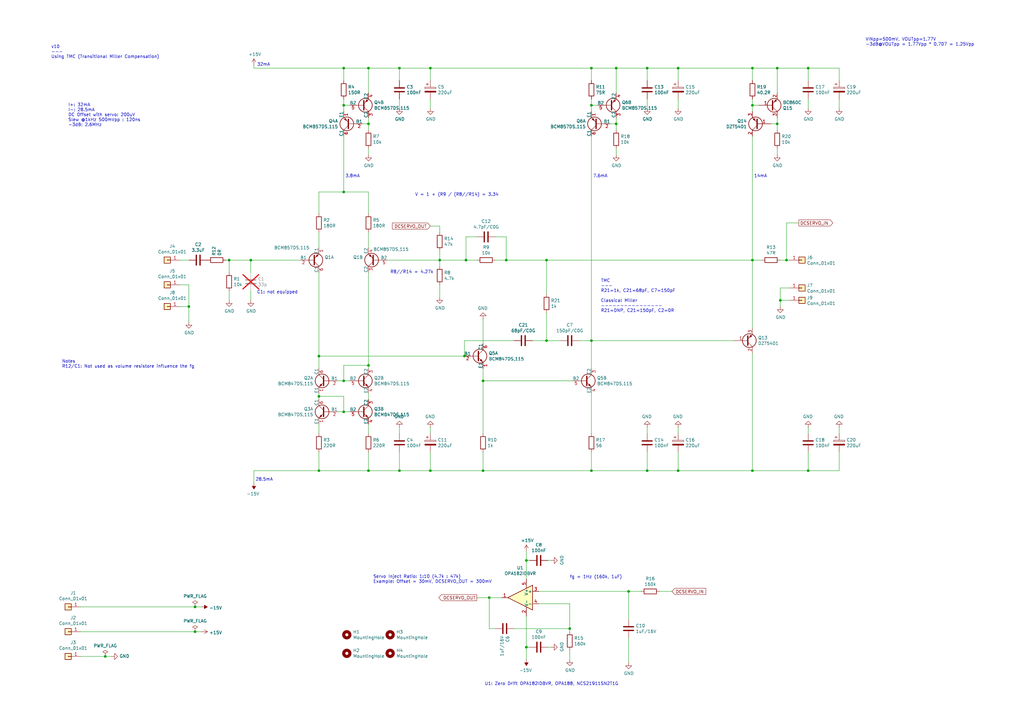
<source format=kicad_sch>
(kicad_sch (version 20230121) (generator eeschema)
  (paper "A3")
  (title_block (title "Discrete Pre-Amp") (date "2023-09-24") (rev "V10 Servo"))
  (lib_symbols
    (symbol "Amplifier_Operational:OPA188xxDBV" (pin_names (offset 0.127))
      (property "Reference" "U" (at 0 5.08 0))
      (property "Value" "OPA188xxDBV" (at 0 -5.08 0))
      (symbol "OPA188xxDBV_0_1"
        (polyline (pts (xy -5.08 5.08) (xy 5.08 0) (xy -5.08 -5.08) (xy -5.08 5.08)) (stroke (width 0.254)) (fill (type background)))
        (pin power_in line (at -2.54 -7.62 90) (length 3.81) (name "V-") (number "2"))
        (pin power_in line (at -2.54 7.62 270) (length 3.81) (name "V+") (number "5"))
      )
      (symbol "OPA188xxDBV_1_1"
        (pin output line (at 7.62 0 180) (length 2.54) (name "~") (number "1"))
        (pin input line (at -7.62 2.54 0) (length 2.54) (name "+") (number "3"))
        (pin input line (at -7.62 -2.54 0) (length 2.54) (name "-") (number "4"))
      )
    )
    (symbol "Connector_Generic:Conn_01x01" (pin_names (offset 1.016) hide)
      (property "Reference" "J" (at 0 2.54 0))
      (property "Value" "Conn_01x01" (at 0 -2.54 0))
      (symbol "Conn_01x01_1_1"
        (rectangle (start -1.27 0.127) (end 0 -0.127) (stroke (width 0.1524)))
        (rectangle (start -1.27 1.27) (end 1.27 -1.27) (stroke (width 0.254)) (fill (type background)))
        (pin passive line (at -5.08 0 0) (length 3.81) (name "Pin_1") (number "1"))
      )
    )
    (symbol "Device:C" (pin_numbers hide) (pin_names (offset 0.254))
      (property "Reference" "C" (at 0.635 2.54 0))
      (property "Value" "C" (at 0.635 -2.54 0))
      (symbol "C_0_1"
        (polyline (pts (xy -2.032 -0.762) (xy 2.032 -0.762)) (stroke (width 0.508)))
        (polyline (pts (xy -2.032 0.762) (xy 2.032 0.762)) (stroke (width 0.508)))
      )
      (symbol "C_1_1"
        (pin passive line (at 0 3.81 270) (length 2.794) (name "~") (number "1"))
        (pin passive line (at 0 -3.81 90) (length 2.794) (name "~") (number "2"))
      )
    )
    (symbol "Device:C_Polarized" (pin_numbers hide) (pin_names (offset 0.254))
      (property "Reference" "C" (at 0.635 2.54 0))
      (property "Value" "C_Polarized" (at 0.635 -2.54 0))
      (symbol "C_Polarized_0_1"
        (rectangle (start -2.286 0.508) (end 2.286 1.016))
        (polyline (pts (xy -1.778 2.286) (xy -0.762 2.286)))
        (polyline (pts (xy -1.27 2.794) (xy -1.27 1.778)))
        (rectangle (start 2.286 -0.508) (end -2.286 -1.016) (fill (type outline)))
      )
      (symbol "C_Polarized_1_1"
        (pin passive line (at 0 3.81 270) (length 2.794) (name "~") (number "1"))
        (pin passive line (at 0 -3.81 90) (length 2.794) (name "~") (number "2"))
      )
    )
    (symbol "Device:R" (pin_numbers hide) (pin_names (offset 0))
      (property "Reference" "R" (at 2.032 0 90))
      (property "Value" "R" (at 0 0 90))
      (symbol "R_0_1"
        (rectangle (start -1.016 -2.54) (end 1.016 2.54) (stroke (width 0.254)))
      )
      (symbol "R_1_1"
        (pin passive line (at 0 3.81 270) (length 1.27) (name "~") (number "1"))
        (pin passive line (at 0 -3.81 90) (length 1.27) (name "~") (number "2"))
      )
    )
    (symbol "Mechanical:MountingHole" (pin_names (offset 1.016))
      (property "Reference" "H" (at 0 5.08 0))
      (property "Value" "MountingHole" (at 0 3.175 0))
      (symbol "MountingHole_0_1"
        (circle (center 0 0) (radius 1.27) (stroke (width 1.27)))
      )
    )
    (symbol "Transistor_BJT:BC860" (pin_names (offset 0) hide)
      (property "Reference" "Q" (at 5.08 1.905 0))
      (property "Value" "BC860" (at 5.08 0 0))
      (symbol "BC860_0_1"
        (polyline (pts (xy 0.635 0.635) (xy 2.54 2.54)))
        (polyline (pts (xy 0.635 -0.635) (xy 2.54 -2.54) (xy 2.54 -2.54)))
        (polyline (pts (xy 0.635 1.905) (xy 0.635 -1.905) (xy 0.635 -1.905)) (stroke (width 0.508)))
        (polyline (pts (xy 2.286 -1.778) (xy 1.778 -2.286) (xy 1.27 -1.27) (xy 2.286 -1.778) (xy 2.286 -1.778)) (fill (type outline)))
        (circle (center 1.27 0) (radius 2.8194) (stroke (width 0.254)))
      )
      (symbol "BC860_1_1"
        (pin input line (at -5.08 0 0) (length 5.715) (name "B") (number "1"))
        (pin passive line (at 2.54 -5.08 90) (length 2.54) (name "E") (number "2"))
        (pin passive line (at 2.54 5.08 270) (length 2.54) (name "C") (number "3"))
      )
    )
    (symbol "kicad-snk:BCM847DS,115" (pin_names (offset 0))
      (property "Reference" "Q" (at 5.08 1.27 0))
      (property "Value" "BCM847DS,115" (at 5.08 -1.27 0))
      (symbol "BCM847DS,115_0_1"
        (polyline (pts (xy 0.635 0) (xy -2.54 0)))
        (polyline (pts (xy 0.635 0.635) (xy 2.54 2.54)))
        (polyline (pts (xy 0.635 -0.635) (xy 2.54 -2.54) (xy 2.54 -2.54)))
        (polyline (pts (xy 0.635 1.905) (xy 0.635 -1.905) (xy 0.635 -1.905)) (stroke (width 0.508)))
        (polyline (pts (xy 1.27 -1.778) (xy 1.778 -1.27) (xy 2.286 -2.286) (xy 1.27 -1.778) (xy 1.27 -1.778)) (fill (type outline)))
        (circle (center 1.27 0) (radius 2.8194) (stroke (width 0.254)))
      )
      (symbol "BCM847DS,115_1_1"
        (pin passive line (at 2.54 -5.08 90) (length 2.54) (name "E1") (number "1"))
        (pin input line (at -5.08 0 0) (length 2.54) (name "B1") (number "2"))
        (pin passive line (at 2.54 5.08 270) (length 2.54) (name "C1") (number "6"))
      )
      (symbol "BCM847DS,115_2_1"
        (pin passive line (at 2.54 5.08 270) (length 2.54) (name "C2") (number "3"))
        (pin passive line (at 2.54 -5.08 90) (length 2.54) (name "E2") (number "4"))
        (pin input line (at -5.08 0 0) (length 2.54) (name "B2") (number "5"))
      )
    )
    (symbol "kicad-snk:BCM857DS,115" (pin_names (offset 0))
      (property "Reference" "Q" (at 5.08 1.27 0))
      (property "Value" "BCM857DS,115" (at 5.08 -1.27 0))
      (symbol "BCM857DS,115_0_1"
        (polyline (pts (xy 0.635 0) (xy -2.54 0)))
        (polyline (pts (xy 0.635 0.635) (xy 2.54 2.54)))
        (polyline (pts (xy 0.635 -0.635) (xy 2.54 -2.54) (xy 2.54 -2.54)))
        (polyline (pts (xy 0.635 1.905) (xy 0.635 -1.905) (xy 0.635 -1.905)) (stroke (width 0.508)))
        (polyline (pts (xy 2.286 -1.778) (xy 1.778 -2.286) (xy 1.27 -1.27) (xy 2.286 -1.778) (xy 2.286 -1.778)) (fill (type outline)))
        (circle (center 1.27 0) (radius 2.8194) (stroke (width 0.254)))
      )
      (symbol "BCM857DS,115_1_1"
        (pin passive line (at 2.54 -5.08 90) (length 2.54) (name "E1") (number "1"))
        (pin input line (at -5.08 0 0) (length 2.54) (name "B1") (number "2"))
        (pin passive line (at 2.54 5.08 270) (length 2.54) (name "C1") (number "6"))
      )
      (symbol "BCM857DS,115_2_1"
        (pin passive line (at 2.54 5.08 270) (length 2.54) (name "C2") (number "3"))
        (pin passive line (at 2.54 -5.08 90) (length 2.54) (name "E2") (number "4"))
        (pin input line (at -5.08 0 0) (length 2.54) (name "B2") (number "5"))
      )
    )
    (symbol "kicad-snk:DZT5401" (pin_names (offset 0) hide)
      (property "Reference" "Q" (at 5.08 1.905 0))
      (property "Value" "kicad-snk_DZT5401" (at 5.08 0 0))
      (symbol "DZT5401_0_1"
        (polyline (pts (xy 0.635 0.635) (xy 2.54 2.54)))
        (polyline (pts (xy 0.635 -0.635) (xy 2.54 -2.54) (xy 2.54 -2.54)))
        (polyline (pts (xy 0.635 1.905) (xy 0.635 -1.905) (xy 0.635 -1.905)) (stroke (width 0.508)))
        (polyline (pts (xy 2.286 -1.778) (xy 1.778 -2.286) (xy 1.27 -1.27) (xy 2.286 -1.778) (xy 2.286 -1.778)) (fill (type outline)))
        (circle (center 1.27 0) (radius 2.8194) (stroke (width 0.254)))
      )
      (symbol "DZT5401_1_1"
        (pin input line (at -5.08 0 0) (length 5.715) (name "B") (number "1"))
        (pin passive line (at 2.54 5.08 270) (length 2.54) (name "C") (number "2"))
        (pin passive line (at 2.54 -5.08 90) (length 2.54) (name "E") (number "3"))
      )
    )
    (symbol "power:+15V" (power) (pin_names (offset 0))
      (property "Value" "+15V" (at 0 3.556 0))
      (symbol "+15V_0_1"
        (polyline (pts (xy -0.762 1.27) (xy 0 2.54)))
        (polyline (pts (xy 0 0) (xy 0 2.54)))
        (polyline (pts (xy 0 2.54) (xy 0.762 1.27)))
      )
      (symbol "+15V_1_1"
        (pin power_in line (at 0 0 90) (length 0) hide (name "+15V") (number "1"))
      )
    )
    (symbol "power:-15V" (power) (pin_names (offset 0))
      (property "Value" "-15V" (at 0 3.81 0))
      (symbol "-15V_0_0"
        (pin power_in line (at 0 0 90) (length 0) hide (name "-15V") (number "1"))
      )
      (symbol "-15V_0_1"
        (polyline (pts (xy 0 0) (xy 0 1.27) (xy 0.762 1.27) (xy 0 2.54) (xy -0.762 1.27) (xy 0 1.27)) (fill (type outline)))
      )
    )
    (symbol "power:GND" (power) (pin_names (offset 0))
      (property "Value" "GND" (at 0 -3.81 0))
      (symbol "GND_0_1"
        (polyline (pts (xy 0 0) (xy 0 -1.27) (xy 1.27 -1.27) (xy 0 -2.54) (xy -1.27 -1.27) (xy 0 -1.27)))
      )
      (symbol "GND_1_1"
        (pin power_in line (at 0 0 270) (length 0) hide (name "GND") (number "1"))
      )
    )
    (symbol "power:PWR_FLAG" (power) (pin_numbers hide) (pin_names (offset 0) hide)
      (property "Value" "PWR_FLAG" (at 0 3.81 0))
      (symbol "PWR_FLAG_0_0"
        (pin power_out line (at 0 0 90) (length 0) (name "pwr") (number "1"))
      )
      (symbol "PWR_FLAG_0_1"
        (polyline (pts (xy 0 0) (xy 0 1.27) (xy -1.016 1.905) (xy 0 2.54) (xy 1.016 1.905) (xy 0 1.27)))
      )
    )
  )
  (junction (at 140.97 43.18))
  (junction (at 163.83 193.04))
  (junction (at 140.97 168.91))
  (junction (at 80.01 248.92))
  (junction (at 140.97 156.21))
  (junction (at 224.155 139.7))
  (junction (at 252.73 27.94))
  (junction (at 151.13 149.86))
  (junction (at 80.01 259.08))
  (junction (at 320.04 123.19))
  (junction (at 252.73 50.8))
  (junction (at 318.77 50.8))
  (junction (at 102.87 106.68))
  (junction (at 130.81 162.56))
  (junction (at 93.98 106.68))
  (junction (at 198.12 156.21))
  (junction (at 322.58 106.68))
  (junction (at 140.97 27.94))
  (junction (at 224.155 106.68))
  (junction (at 176.53 27.94))
  (junction (at 308.61 106.68))
  (junction (at 242.57 27.94))
  (junction (at 242.57 193.04))
  (junction (at 198.12 193.04))
  (junction (at 265.43 193.04))
  (junction (at 207.645 106.68))
  (junction (at 318.77 27.94))
  (junction (at 151.13 193.04))
  (junction (at 242.57 139.7))
  (junction (at 163.83 27.94))
  (junction (at 278.13 193.04))
  (junction (at 265.43 27.94))
  (junction (at 215.9 265.43))
  (junction (at 130.81 193.04))
  (junction (at 215.9 229.87))
  (junction (at 77.47 125.73))
  (junction (at 233.68 257.81))
  (junction (at 151.13 27.94))
  (junction (at 308.61 27.94))
  (junction (at 190.5 146.05))
  (junction (at 140.97 78.74))
  (junction (at 130.81 146.05))
  (junction (at 43.18 269.24))
  (junction (at 151.13 50.8))
  (junction (at 257.81 242.57))
  (junction (at 200.66 245.11))
  (junction (at 331.47 193.04))
  (junction (at 176.53 193.04))
  (junction (at 242.57 43.18))
  (junction (at 191.135 106.68))
  (junction (at 278.13 27.94))
  (junction (at 331.47 27.94))
  (junction (at 308.61 193.04))
  (junction (at 308.61 43.18))
  (junction (at 180.34 106.68))
  (wire (pts (xy 323.85 106.68) (xy 322.58 106.68)))
  (wire (pts (xy 33.02 259.08) (xy 80.01 259.08)))
  (wire (pts (xy 190.5 139.7) (xy 210.82 139.7)))
  (wire (pts (xy 77.47 116.84) (xy 77.47 125.73)))
  (wire (pts (xy 327.66 91.44) (xy 322.58 91.44)))
  (wire (pts (xy 237.49 139.7) (xy 242.57 139.7)))
  (wire (pts (xy 233.68 266.7) (xy 233.68 270.51)))
  (wire (pts (xy 278.13 177.8) (xy 278.13 175.26)))
  (wire (pts (xy 180.34 106.68) (xy 191.135 106.68)))
  (wire (pts (xy 203.2 257.81) (xy 200.66 257.81)))
  (wire (pts (xy 242.57 185.42) (xy 242.57 193.04)))
  (wire (pts (xy 163.83 27.94) (xy 176.53 27.94)))
  (wire (pts (xy 176.53 40.64) (xy 176.53 44.45)))
  (wire (pts (xy 130.81 193.04) (xy 130.81 185.42)))
  (wire (pts (xy 130.81 146.05) (xy 130.81 151.13)))
  (wire (pts (xy 308.61 55.88) (xy 308.61 106.68)))
  (wire (pts (xy 323.85 118.11) (xy 320.04 118.11)))
  (wire (pts (xy 252.73 60.96) (xy 252.73 63.5)))
  (wire (pts (xy 198.12 151.13) (xy 198.12 156.21)))
  (wire (pts (xy 104.14 27.94) (xy 140.97 27.94)))
  (wire (pts (xy 265.43 193.04) (xy 265.43 185.42)))
  (wire (pts (xy 252.73 27.94) (xy 265.43 27.94)))
  (wire (pts (xy 73.66 125.73) (xy 77.47 125.73)))
  (wire (pts (xy 217.17 229.87) (xy 215.9 229.87)))
  (wire (pts (xy 233.68 259.08) (xy 233.68 257.81)))
  (wire (pts (xy 195.58 245.11) (xy 200.66 245.11)))
  (wire (pts (xy 242.57 27.94) (xy 242.57 33.02)))
  (wire (pts (xy 242.57 43.18) (xy 245.11 43.18)))
  (wire (pts (xy 278.13 33.02) (xy 278.13 27.94)))
  (wire (pts (xy 151.13 193.04) (xy 130.81 193.04)))
  (wire (pts (xy 224.155 128.27) (xy 224.155 139.7)))
  (wire (pts (xy 140.97 78.74) (xy 130.81 78.74)))
  (wire (pts (xy 242.57 27.94) (xy 252.73 27.94)))
  (wire (pts (xy 224.155 106.68) (xy 224.155 120.65)))
  (wire (pts (xy 318.77 27.94) (xy 318.77 38.1)))
  (wire (pts (xy 138.43 168.91) (xy 140.97 168.91)))
  (wire (pts (xy 151.13 78.74) (xy 140.97 78.74)))
  (wire (pts (xy 270.51 242.57) (xy 275.59 242.57)))
  (wire (pts (xy 265.43 27.94) (xy 278.13 27.94)))
  (wire (pts (xy 130.81 177.8) (xy 130.81 173.99)))
  (wire (pts (xy 220.98 242.57) (xy 257.81 242.57)))
  (wire (pts (xy 318.77 27.94) (xy 331.47 27.94)))
  (wire (pts (xy 218.44 139.7) (xy 224.155 139.7)))
  (wire (pts (xy 140.97 27.94) (xy 151.13 27.94)))
  (wire (pts (xy 138.43 156.21) (xy 140.97 156.21)))
  (wire (pts (xy 151.13 27.94) (xy 151.13 38.1)))
  (wire (pts (xy 210.82 257.81) (xy 233.68 257.81)))
  (wire (pts (xy 265.43 177.8) (xy 265.43 175.26)))
  (wire (pts (xy 140.97 156.21) (xy 143.51 156.21)))
  (wire (pts (xy 104.14 198.12) (xy 104.14 193.04)))
  (wire (pts (xy 102.87 111.76) (xy 102.87 106.68)))
  (wire (pts (xy 318.77 60.96) (xy 318.77 63.5)))
  (wire (pts (xy 140.97 43.18) (xy 140.97 45.72)))
  (wire (pts (xy 73.66 106.68) (xy 77.47 106.68)))
  (wire (pts (xy 151.13 87.63) (xy 151.13 78.74)))
  (wire (pts (xy 316.23 50.8) (xy 318.77 50.8)))
  (wire (pts (xy 308.61 27.94) (xy 308.61 33.02)))
  (wire (pts (xy 158.75 106.68) (xy 180.34 106.68)))
  (wire (pts (xy 77.47 116.84) (xy 73.66 116.84)))
  (wire (pts (xy 140.97 43.18) (xy 143.51 43.18)))
  (wire (pts (xy 151.13 161.29) (xy 151.13 163.83)))
  (wire (pts (xy 163.83 193.04) (xy 176.53 193.04)))
  (wire (pts (xy 252.73 48.26) (xy 252.73 50.8)))
  (wire (pts (xy 331.47 177.8) (xy 331.47 175.26)))
  (wire (pts (xy 242.57 193.04) (xy 265.43 193.04)))
  (wire (pts (xy 130.81 162.56) (xy 140.97 162.56)))
  (wire (pts (xy 331.47 193.04) (xy 331.47 185.42)))
  (wire (pts (xy 191.135 97.155) (xy 195.58 97.155)))
  (wire (pts (xy 151.13 27.94) (xy 163.83 27.94)))
  (wire (pts (xy 242.57 151.13) (xy 242.57 139.7)))
  (wire (pts (xy 198.12 140.97) (xy 198.12 130.81)))
  (wire (pts (xy 176.53 193.04) (xy 176.53 185.42)))
  (wire (pts (xy 308.61 106.68) (xy 308.61 134.62)))
  (wire (pts (xy 215.9 265.43) (xy 215.9 270.51)))
  (wire (pts (xy 207.645 106.68) (xy 224.155 106.68)))
  (wire (pts (xy 93.98 123.19) (xy 93.98 119.38)))
  (wire (pts (xy 151.13 149.86) (xy 151.13 151.13)))
  (wire (pts (xy 344.17 177.8) (xy 344.17 175.26)))
  (wire (pts (xy 344.17 40.64) (xy 344.17 44.45)))
  (wire (pts (xy 200.66 257.81) (xy 200.66 245.11)))
  (wire (pts (xy 151.13 193.04) (xy 163.83 193.04)))
  (wire (pts (xy 322.58 91.44) (xy 322.58 106.68)))
  (wire (pts (xy 252.73 50.8) (xy 252.73 53.34)))
  (wire (pts (xy 180.34 109.22) (xy 180.34 106.68)))
  (wire (pts (xy 163.83 33.02) (xy 163.83 27.94)))
  (wire (pts (xy 93.98 106.68) (xy 102.87 106.68)))
  (wire (pts (xy 130.81 78.74) (xy 130.81 87.63)))
  (wire (pts (xy 250.19 50.8) (xy 252.73 50.8)))
  (wire (pts (xy 308.61 193.04) (xy 331.47 193.04)))
  (wire (pts (xy 242.57 139.7) (xy 300.99 139.7)))
  (wire (pts (xy 344.17 27.94) (xy 331.47 27.94)))
  (wire (pts (xy 215.9 252.73) (xy 215.9 265.43)))
  (wire (pts (xy 278.13 193.04) (xy 265.43 193.04)))
  (wire (pts (xy 163.83 177.8) (xy 163.83 175.26)))
  (wire (pts (xy 140.97 40.64) (xy 140.97 43.18)))
  (wire (pts (xy 226.06 265.43) (xy 224.79 265.43)))
  (wire (pts (xy 226.06 229.87) (xy 224.79 229.87)))
  (wire (pts (xy 102.87 106.68) (xy 123.19 106.68)))
  (wire (pts (xy 265.43 33.02) (xy 265.43 27.94)))
  (wire (pts (xy 151.13 111.76) (xy 151.13 149.86)))
  (wire (pts (xy 242.57 43.18) (xy 242.57 45.72)))
  (wire (pts (xy 203.2 97.155) (xy 207.645 97.155)))
  (wire (pts (xy 180.34 95.25) (xy 180.34 92.71)))
  (wire (pts (xy 242.57 161.29) (xy 242.57 177.8)))
  (wire (pts (xy 331.47 33.02) (xy 331.47 27.94)))
  (wire (pts (xy 176.53 27.94) (xy 242.57 27.94)))
  (wire (pts (xy 278.13 40.64) (xy 278.13 44.45)))
  (wire (pts (xy 312.42 106.68) (xy 308.61 106.68)))
  (wire (pts (xy 318.77 48.26) (xy 318.77 50.8)))
  (wire (pts (xy 198.12 156.21) (xy 198.12 177.8)))
  (wire (pts (xy 180.34 116.84) (xy 180.34 121.92)))
  (wire (pts (xy 344.17 33.02) (xy 344.17 27.94)))
  (wire (pts (xy 224.155 106.68) (xy 308.61 106.68)))
  (wire (pts (xy 198.12 185.42) (xy 198.12 193.04)))
  (wire (pts (xy 198.12 156.21) (xy 234.95 156.21)))
  (wire (pts (xy 318.77 50.8) (xy 318.77 53.34)))
  (wire (pts (xy 140.97 162.56) (xy 140.97 168.91)))
  (wire (pts (xy 278.13 193.04) (xy 278.13 185.42)))
  (wire (pts (xy 323.85 123.19) (xy 320.04 123.19)))
  (wire (pts (xy 191.135 106.68) (xy 195.58 106.68)))
  (wire (pts (xy 180.34 102.87) (xy 180.34 106.68)))
  (wire (pts (xy 140.97 27.94) (xy 140.97 33.02)))
  (wire (pts (xy 308.61 40.64) (xy 308.61 43.18)))
  (wire (pts (xy 163.83 193.04) (xy 163.83 185.42)))
  (wire (pts (xy 180.34 92.71) (xy 176.53 92.71)))
  (wire (pts (xy 207.645 97.155) (xy 207.645 106.68)))
  (wire (pts (xy 43.18 269.24) (xy 45.72 269.24)))
  (wire (pts (xy 308.61 144.78) (xy 308.61 193.04)))
  (wire (pts (xy 151.13 101.6) (xy 151.13 95.25)))
  (wire (pts (xy 102.87 123.19) (xy 102.87 119.38)))
  (wire (pts (xy 77.47 125.73) (xy 77.47 132.08)))
  (wire (pts (xy 130.81 101.6) (xy 130.81 95.25)))
  (wire (pts (xy 151.13 185.42) (xy 151.13 193.04)))
  (wire (pts (xy 344.17 193.04) (xy 331.47 193.04)))
  (wire (pts (xy 176.53 177.8) (xy 176.53 175.26)))
  (wire (pts (xy 233.68 257.81) (xy 233.68 247.65)))
  (wire (pts (xy 344.17 193.04) (xy 344.17 185.42)))
  (wire (pts (xy 104.14 27.94) (xy 104.14 26.67)))
  (wire (pts (xy 130.81 111.76) (xy 130.81 146.05)))
  (wire (pts (xy 151.13 50.8) (xy 151.13 53.34)))
  (wire (pts (xy 130.81 162.56) (xy 130.81 163.83)))
  (wire (pts (xy 224.155 139.7) (xy 229.87 139.7)))
  (wire (pts (xy 242.57 55.88) (xy 242.57 139.7)))
  (wire (pts (xy 80.01 259.08) (xy 82.55 259.08)))
  (wire (pts (xy 278.13 27.94) (xy 308.61 27.94)))
  (wire (pts (xy 191.135 97.155) (xy 191.135 106.68)))
  (wire (pts (xy 257.81 254) (xy 257.81 242.57)))
  (wire (pts (xy 331.47 44.45) (xy 331.47 40.64)))
  (wire (pts (xy 215.9 226.06) (xy 215.9 229.87)))
  (wire (pts (xy 93.98 111.76) (xy 93.98 106.68)))
  (wire (pts (xy 130.81 146.05) (xy 190.5 146.05)))
  (wire (pts (xy 33.02 269.24) (xy 43.18 269.24)))
  (wire (pts (xy 130.81 161.29) (xy 130.81 162.56)))
  (wire (pts (xy 233.68 247.65) (xy 220.98 247.65)))
  (wire (pts (xy 308.61 27.94) (xy 318.77 27.94)))
  (wire (pts (xy 163.83 44.45) (xy 163.83 40.64)))
  (wire (pts (xy 217.17 265.43) (xy 215.9 265.43)))
  (wire (pts (xy 203.2 106.68) (xy 207.645 106.68)))
  (wire (pts (xy 190.5 139.7) (xy 190.5 146.05)))
  (wire (pts (xy 257.81 242.57) (xy 262.89 242.57)))
  (wire (pts (xy 320.04 118.11) (xy 320.04 123.19)))
  (wire (pts (xy 151.13 48.26) (xy 151.13 50.8)))
  (wire (pts (xy 140.97 55.88) (xy 140.97 78.74)))
  (wire (pts (xy 278.13 193.04) (xy 308.61 193.04)))
  (wire (pts (xy 242.57 40.64) (xy 242.57 43.18)))
  (wire (pts (xy 140.97 156.21) (xy 140.97 149.86)))
  (wire (pts (xy 151.13 177.8) (xy 151.13 173.99)))
  (wire (pts (xy 252.73 27.94) (xy 252.73 38.1)))
  (wire (pts (xy 215.9 229.87) (xy 215.9 237.49)))
  (wire (pts (xy 33.02 248.92) (xy 80.01 248.92)))
  (wire (pts (xy 140.97 149.86) (xy 151.13 149.86)))
  (wire (pts (xy 176.53 193.04) (xy 198.12 193.04)))
  (wire (pts (xy 308.61 43.18) (xy 308.61 45.72)))
  (wire (pts (xy 265.43 44.45) (xy 265.43 40.64)))
  (wire (pts (xy 140.97 168.91) (xy 143.51 168.91)))
  (wire (pts (xy 322.58 106.68) (xy 320.04 106.68)))
  (wire (pts (xy 320.04 123.19) (xy 320.04 125.73)))
  (wire (pts (xy 200.66 245.11) (xy 205.74 245.11)))
  (wire (pts (xy 198.12 193.04) (xy 242.57 193.04)))
  (wire (pts (xy 308.61 43.18) (xy 311.15 43.18)))
  (wire (pts (xy 80.01 248.92) (xy 82.55 248.92)))
  (wire (pts (xy 92.71 106.68) (xy 93.98 106.68)))
  (wire (pts (xy 176.53 33.02) (xy 176.53 27.94)))
  (wire (pts (xy 104.14 193.04) (xy 130.81 193.04)))
  (wire (pts (xy 257.81 271.78) (xy 257.81 261.62)))
  (wire (pts (xy 151.13 60.96) (xy 151.13 63.5)))
  (wire (pts (xy 148.59 50.8) (xy 151.13 50.8)))
  (text "V = 1 + (R9 / (R8//R14) = 3.34" (at 170.18 80.645 0) (effects (font (size 1.27 1.27)) (justify left bottom)))
  (text "U1: Zero Drift OPA182IDBVR, OPA188, NCS21911SN2T1G" (at 198.755 281.305 0) (effects (font (size 1.27 1.27)) (justify left bottom)))
  (text "I+: 32mA\nI-: 28.5mA\nDC Offset with servo: 200uV\nSlew @1kHz 500mVpp : 120ns\n-3dB: 2.6MHz" (at 27.94 52.07 0) (effects (font (size 1.27 1.27)) (justify left bottom)))
  (text "32mA" (at 105.41 27.305 0) (effects (font (size 1.27 1.27)) (justify left bottom)))
  (text "R8//R14 = 4.27k" (at 160.02 112.395 0) (effects (font (size 1.27 1.27)) (justify left bottom)))
  (text "TMC\n---\nR21=1k, C21=68pF, C7=150pF\n\nClassical Miller\n----------------\nR21=DNP, C21=150pF, C2=0R" (at 246.38 128.27 0) (effects (font (size 1.27 1.27)) (justify left bottom)))
  (text "C1: not equipped" (at 105.41 120.65 0) (effects (font (size 1.27 1.27)) (justify left bottom)))
  (text "3.8mA" (at 141.605 73.025 0) (effects (font (size 1.27 1.27)) (justify left bottom)))
  (text "Servo Inject Ratio: 1:10 (4.7k : 47k)\nExample: Offset = 30mV, DCSERVO_OUT = 300mV" (at 153.035 239.395 0) (effects (font (size 1.27 1.27)) (justify left bottom)))
  (text "14mA" (at 309.245 73.025 0) (effects (font (size 1.27 1.27)) (justify left bottom)))
  (text "v10\n---\nUsing TMC (Transitional Miller Compensation)\n" (at 20.955 24.13 0) (effects (font (size 1.27 1.27)) (justify left bottom)))
  (text "28.5mA" (at 104.775 197.485 0) (effects (font (size 1.27 1.27)) (justify left bottom)))
  (text "Notes\nR12/C1: Not used as volume resistore influence the fg" (at 25.4 151.13 0) (effects (font (size 1.27 1.27)) (justify left bottom)))
  (text "fg = 1Hz (160k, 1uF)" (at 233.68 237.49 0) (effects (font (size 1.27 1.27)) (justify left bottom)))
  (text "VINpp=500mV, VOUTpp=1.77V\n-3dB@VOUTpp = 1.77Vpp * 0.707 = 1.25Vpp" (at 354.965 19.05 0) (effects (font (size 1.27 1.27)) (justify left bottom)))
  (text "7.6mA" (at 243.205 73.025 0) (effects (font (size 1.27 1.27)) (justify left bottom)))
  (global_label "DCSERVO_IN" (shape output) (at 327.66 91.44 0) (property "Intersheetrefs" "${INTERSHEET_REFS}" (effects hide)))
  (global_label "DCSERVO_IN" (shape input) (at 275.59 242.57 0) (property "Intersheetrefs" "${INTERSHEET_REFS}" (effects hide)))
  (global_label "DCSERVO_OUT" (shape output) (at 195.58 245.11 180) (property "Intersheetrefs" "${INTERSHEET_REFS}" (effects hide)))
  (global_label "DCSERVO_OUT" (shape input) (at 176.53 92.71 180) (property "Intersheetrefs" "${INTERSHEET_REFS}" (effects hide)))
  (symbol (lib_id "Device:R") (at 151.13 181.61 0) (unit 1)
    (property "Reference" "R6" (at 152.908 180.4416 0) (effects (justify left)))
    (property "Value" "220R" (at 152.908 182.753 0) (effects (justify left)))
    (property "Footprint" "Resistor_SMD:R_0805_2012Metric_Pad1.20x1.40mm_HandSolder" (effects hide))
  )
  (symbol (lib_id "Device:C") (at 81.28 106.68 270) (unit 1)
    (property "Reference" "C2" (at 81.28 100.2792 90))
    (property "Value" "3.3uF" (at 81.28 102.5906 90))
    (property "Footprint" "Capacitor_THT:C_Rect_L7.2mm_W7.2mm_P5.00mm_FKS2_FKP2_MKS2_MKP2" (effects hide))
  )
  (symbol (lib_id "power:GND") (at 93.98 123.19 0) (unit 1)
    (property "Reference" "#PWR09" (effects hide))
    (property "Value" "GND" (at 94.107 127.5842 0))
  )
  (symbol (lib_id "Device:R") (at 130.81 181.61 0) (unit 1)
    (property "Reference" "R3" (at 132.588 180.4416 0) (effects (justify left)))
    (property "Value" "220R" (at 132.588 182.753 0) (effects (justify left)))
    (property "Footprint" "Resistor_SMD:R_0805_2012Metric_Pad1.20x1.40mm_HandSolder" (effects hide))
  )
  (symbol (lib_id "Device:R") (at 93.98 115.57 0) (unit 1)
    (property "Reference" "R1" (at 95.758 114.4016 0) (effects (justify left)))
    (property "Value" "10k" (at 95.758 116.713 0) (effects (justify left)))
    (property "Footprint" "Resistor_SMD:R_0805_2012Metric_Pad1.20x1.40mm_HandSolder" (effects hide))
  )
  (symbol (lib_id "Device:R") (at 180.34 113.03 0) (unit 1)
    (property "Reference" "R8" (at 182.118 111.8616 0) (effects (justify left)))
    (property "Value" "4.7k" (at 182.118 114.173 0) (effects (justify left)))
    (property "Footprint" "Resistor_SMD:R_0805_2012Metric_Pad1.20x1.40mm_HandSolder" (effects hide))
  )
  (symbol (lib_id "Device:R") (at 199.39 106.68 270) (unit 1)
    (property "Reference" "R9" (at 199.39 101.4222 90))
    (property "Value" "10k" (at 199.39 103.7336 90))
    (property "Footprint" "Resistor_SMD:R_0805_2012Metric_Pad1.20x1.40mm_HandSolder" (effects hide))
  )
  (symbol (lib_id "Device:R") (at 130.81 91.44 0) (unit 1)
    (property "Reference" "R2" (at 132.588 90.2716 0) (effects (justify left)))
    (property "Value" "180R" (at 132.588 92.583 0) (effects (justify left)))
    (property "Footprint" "Resistor_SMD:R_0805_2012Metric_Pad1.20x1.40mm_HandSolder" (effects hide))
  )
  (symbol (lib_id "Device:R") (at 151.13 91.44 0) (unit 1)
    (property "Reference" "R5" (at 152.908 90.2716 0) (effects (justify left)))
    (property "Value" "180R" (at 152.908 92.583 0) (effects (justify left)))
    (property "Footprint" "Resistor_SMD:R_0805_2012Metric_Pad1.20x1.40mm_HandSolder" (effects hide))
  )
  (symbol (lib_id "Device:R") (at 242.57 36.83 0) (unit 1)
    (property "Reference" "R11" (at 244.348 35.6616 0) (effects (justify left)))
    (property "Value" "75R" (at 244.348 37.973 0) (effects (justify left)))
    (property "Footprint" "Resistor_SMD:R_0805_2012Metric_Pad1.20x1.40mm_HandSolder" (effects hide))
  )
  (symbol (lib_id "Device:R") (at 198.12 181.61 0) (unit 1)
    (property "Reference" "R10" (at 199.898 180.4416 0) (effects (justify left)))
    (property "Value" "1k" (at 199.898 182.753 0) (effects (justify left)))
    (property "Footprint" "Resistor_SMD:R_0805_2012Metric_Pad1.20x1.40mm_HandSolder" (effects hide))
  )
  (symbol (lib_id "power:GND") (at 180.34 121.92 0) (unit 1)
    (property "Reference" "#PWR013" (effects hide))
    (property "Value" "GND" (at 180.467 126.3142 0))
  )
  (symbol (lib_id "Device:C") (at 233.68 139.7 270) (unit 1)
    (property "Reference" "C7" (at 233.68 133.2992 90))
    (property "Value" "150pF/C0G" (at 233.68 135.6106 90))
    (property "Footprint" "Capacitor_SMD:C_0805_2012Metric_Pad1.18x1.45mm_HandSolder" (effects hide))
  )
  (symbol (lib_id "power:GND") (at 198.12 130.81 180) (unit 1)
    (property "Reference" "#PWR014" (effects hide))
    (property "Value" "GND" (at 197.993 126.4158 0))
  )
  (symbol (lib_id "power:GND") (at 77.47 132.08 0) (unit 1)
    (property "Reference" "#PWR04" (effects hide))
    (property "Value" "GND" (at 77.597 136.4742 0))
  )
  (symbol (lib_id "Mechanical:MountingHole") (at 142.24 260.35 0) (unit 1)
    (property "Reference" "H1" (at 144.78 259.1816 0) (effects (justify left)))
    (property "Value" "MountingHole" (at 144.78 261.493 0) (effects (justify left)))
    (property "Footprint" "MountingHole:MountingHole_3.2mm_M3" (effects hide))
  )
  (symbol (lib_id "Mechanical:MountingHole") (at 160.02 260.35 0) (unit 1)
    (property "Reference" "H3" (at 162.56 259.1816 0) (effects (justify left)))
    (property "Value" "MountingHole" (at 162.56 261.493 0) (effects (justify left)))
    (property "Footprint" "MountingHole:MountingHole_3.2mm_M3" (effects hide))
  )
  (symbol (lib_id "Mechanical:MountingHole") (at 142.24 267.97 0) (unit 1)
    (property "Reference" "H2" (at 144.78 266.8016 0) (effects (justify left)))
    (property "Value" "MountingHole" (at 144.78 269.113 0) (effects (justify left)))
    (property "Footprint" "MountingHole:MountingHole_3.2mm_M3" (effects hide))
  )
  (symbol (lib_id "Mechanical:MountingHole") (at 160.02 267.97 0) (unit 1)
    (property "Reference" "H4" (at 162.56 266.8016 0) (effects (justify left)))
    (property "Value" "MountingHole" (at 162.56 269.113 0) (effects (justify left)))
    (property "Footprint" "MountingHole:MountingHole_3.2mm_M3" (effects hide))
  )
  (symbol (lib_id "Connector_Generic:Conn_01x01") (at 68.58 106.68 180) (unit 1)
    (property "Reference" "J4" (at 70.6628 100.965 0))
    (property "Value" "Conn_01x01" (at 70.6628 103.2764 0))
    (property "Footprint" "Connector_Pin:Pin_D1.0mm_L10.0mm" (effects hide))
  )
  (symbol (lib_id "Connector_Generic:Conn_01x01") (at 68.58 116.84 180) (unit 1)
    (property "Reference" "J5" (at 70.6628 111.125 0))
    (property "Value" "Conn_01x01" (at 70.6628 113.4364 0))
    (property "Footprint" "Connector_Pin:Pin_D1.0mm_L10.0mm" (effects hide))
  )
  (symbol (lib_id "power:+15V") (at 104.14 26.67 0) (unit 1)
    (property "Reference" "#PWR05" (effects hide))
    (property "Value" "+15V" (at 104.521 22.2758 0))
  )
  (symbol (lib_id "power:-15V") (at 104.14 198.12 180) (unit 1)
    (property "Reference" "#PWR08" (effects hide))
    (property "Value" "-15V" (at 103.759 202.5142 0))
  )
  (symbol (lib_id "Connector_Generic:Conn_01x01") (at 328.93 106.68 0) (unit 1)
    (property "Reference" "J6" (at 330.962 105.6132 0) (effects (justify left)))
    (property "Value" "Conn_01x01" (at 330.962 107.9246 0) (effects (justify left)))
    (property "Footprint" "Connector_Pin:Pin_D1.0mm_L10.0mm" (effects hide))
  )
  (symbol (lib_id "Connector_Generic:Conn_01x01") (at 328.93 118.11 0) (unit 1)
    (property "Reference" "J7" (at 330.962 117.0432 0) (effects (justify left)))
    (property "Value" "Conn_01x01" (at 330.962 119.3546 0) (effects (justify left)))
    (property "Footprint" "Connector_Pin:Pin_D1.0mm_L10.0mm" (effects hide))
  )
  (symbol (lib_id "Device:R") (at 316.23 106.68 270) (unit 1)
    (property "Reference" "R13" (at 316.23 101.4222 90))
    (property "Value" "47R" (at 316.23 103.7336 90))
    (property "Footprint" "Resistor_SMD:R_0805_2012Metric_Pad1.20x1.40mm_HandSolder" (effects hide))
  )
  (symbol (lib_id "power:GND") (at 320.04 125.73 0) (unit 1)
    (property "Reference" "#PWR015" (effects hide))
    (property "Value" "GND" (at 320.167 130.1242 0))
  )
  (symbol (lib_id "Connector_Generic:Conn_01x01") (at 27.94 259.08 180) (unit 1)
    (property "Reference" "J2" (at 30.0228 253.365 0))
    (property "Value" "Conn_01x01" (at 30.0228 255.6764 0))
    (property "Footprint" "Connector_Pin:Pin_D1.0mm_L10.0mm" (effects hide))
  )
  (symbol (lib_id "Connector_Generic:Conn_01x01") (at 27.94 269.24 180) (unit 1)
    (property "Reference" "J3" (at 30.0228 263.525 0))
    (property "Value" "Conn_01x01" (at 30.0228 265.8364 0))
    (property "Footprint" "Connector_Pin:Pin_D1.0mm_L10.0mm" (effects hide))
  )
  (symbol (lib_id "Connector_Generic:Conn_01x01") (at 27.94 248.92 180) (unit 1)
    (property "Reference" "J1" (at 30.0228 243.205 0))
    (property "Value" "Conn_01x01" (at 30.0228 245.5164 0))
    (property "Footprint" "Connector_Pin:Pin_D1.0mm_L10.0mm" (effects hide))
  )
  (symbol (lib_id "power:GND") (at 45.72 269.24 90) (unit 1)
    (property "Reference" "#PWR0101" (effects hide))
    (property "Value" "GND" (at 48.9712 269.113 90) (effects (justify right)))
  )
  (symbol (lib_id "power:+15V") (at 82.55 259.08 270) (unit 1)
    (property "Reference" "#PWR0102" (effects hide))
    (property "Value" "+15V" (at 85.8012 259.461 90) (effects (justify left)))
  )
  (symbol (lib_id "power:-15V") (at 82.55 248.92 270) (unit 1)
    (property "Reference" "#PWR0103" (effects hide))
    (property "Value" "-15V" (at 85.8012 249.301 90) (effects (justify left)))
  )
  (symbol (lib_id "power:PWR_FLAG") (at 43.18 269.24 0) (unit 1)
    (property "Reference" "#FLG0101" (effects hide))
    (property "Value" "PWR_FLAG" (at 43.18 264.8458 0))
  )
  (symbol (lib_id "power:PWR_FLAG") (at 80.01 248.92 0) (unit 1)
    (property "Reference" "#FLG0102" (effects hide))
    (property "Value" "PWR_FLAG" (at 80.01 244.5258 0))
  )
  (symbol (lib_id "power:PWR_FLAG") (at 80.01 259.08 0) (unit 1)
    (property "Reference" "#FLG0103" (effects hide))
    (property "Value" "PWR_FLAG" (at 80.01 254.6858 0))
  )
  (symbol (lib_id "Device:R") (at 266.7 242.57 270) (unit 1)
    (property "Reference" "R16" (at 266.7 237.3122 90))
    (property "Value" "160k" (at 266.7 239.6236 90))
    (property "Footprint" "Resistor_SMD:R_0805_2012Metric_Pad1.20x1.40mm_HandSolder" (effects hide))
  )
  (symbol (lib_id "Device:C") (at 257.81 257.81 180) (unit 1)
    (property "Reference" "C10" (at 260.731 256.6416 0) (effects (justify right)))
    (property "Value" "1uF/16V" (at 260.731 258.953 0) (effects (justify right)))
    (property "Footprint" "Capacitor_SMD:C_1210_3225Metric_Pad1.33x2.70mm_HandSolder" (effects hide))
  )
  (symbol (lib_id "Device:R") (at 233.68 262.89 0) (unit 1)
    (property "Reference" "R15" (at 235.458 261.7216 0) (effects (justify left)))
    (property "Value" "160k" (at 235.458 264.033 0) (effects (justify left)))
    (property "Footprint" "Resistor_SMD:R_0805_2012Metric_Pad1.20x1.40mm_HandSolder" (effects hide))
  )
  (symbol (lib_id "Device:C") (at 207.01 257.81 90) (unit 1)
    (property "Reference" "C6" (at 208.1784 260.731 0) (effects (justify right)))
    (property "Value" "1uF/16V" (at 205.867 260.731 0) (effects (justify right)))
    (property "Footprint" "Capacitor_SMD:C_1210_3225Metric_Pad1.33x2.70mm_HandSolder" (effects hide))
  )
  (symbol (lib_id "Device:C") (at 220.98 229.87 270) (unit 1)
    (property "Reference" "C8" (at 220.98 223.4692 90))
    (property "Value" "100nF" (at 220.98 225.7806 90))
    (property "Footprint" "Capacitor_SMD:C_0603_1608Metric_Pad1.08x0.95mm_HandSolder" (effects hide))
  )
  (symbol (lib_id "power:+15V") (at 215.9 226.06 0) (unit 1)
    (property "Reference" "#PWR0104" (effects hide))
    (property "Value" "+15V" (at 216.281 221.6658 0))
  )
  (symbol (lib_id "power:-15V") (at 215.9 270.51 180) (unit 1)
    (property "Reference" "#PWR0105" (effects hide))
    (property "Value" "-15V" (at 215.519 274.9042 0))
  )
  (symbol (lib_id "Device:C") (at 220.98 265.43 270) (unit 1)
    (property "Reference" "C9" (at 220.98 259.0292 90))
    (property "Value" "100nF" (at 220.98 261.3406 90))
    (property "Footprint" "Capacitor_SMD:C_0603_1608Metric_Pad1.08x0.95mm_HandSolder" (effects hide))
  )
  (symbol (lib_id "power:GND") (at 226.06 265.43 90) (unit 1)
    (property "Reference" "#PWR0106" (effects hide))
    (property "Value" "GND" (at 230.4542 265.303 0))
  )
  (symbol (lib_id "power:GND") (at 233.68 270.51 0) (unit 1)
    (property "Reference" "#PWR0107" (effects hide))
    (property "Value" "GND" (at 233.807 274.9042 0))
  )
  (symbol (lib_id "power:GND") (at 257.81 271.78 0) (unit 1)
    (property "Reference" "#PWR0108" (effects hide))
    (property "Value" "GND" (at 257.937 276.1742 0))
  )
  (symbol (lib_id "Amplifier_Operational:OPA188xxDBV") (at 213.36 245.11 0) (mirror y) (unit 1)
    (property "Reference" "U1" (at 213.36 232.8926 0))
    (property "Value" "OPA182IDBVR" (at 213.36 235.204 0))
    (property "Footprint" "Package_TO_SOT_SMD:TSOT-23-5" (effects hide))
    (property "Datasheet" "http://www.ti.com/lit/ds/symlink/opa188.pdf" (effects hide))
  )
  (symbol (lib_id "power:GND") (at 226.06 229.87 90) (unit 1)
    (property "Reference" "#PWR0109" (effects hide))
    (property "Value" "GND" (at 230.4542 229.743 0))
  )
  (symbol (lib_id "Device:R") (at 180.34 99.06 0) (unit 1)
    (property "Reference" "R14" (at 182.118 97.8916 0) (effects (justify left)))
    (property "Value" "47k" (at 182.118 100.203 0) (effects (justify left)))
    (property "Footprint" "Resistor_SMD:R_0805_2012Metric_Pad1.20x1.40mm_HandSolder" (effects hide))
  )
  (symbol (lib_id "Device:R") (at 140.97 36.83 0) (unit 1)
    (property "Reference" "R4" (at 142.748 35.6616 0) (effects (justify left)))
    (property "Value" "150R" (at 142.748 37.973 0) (effects (justify left)))
    (property "Footprint" "Resistor_SMD:R_0805_2012Metric_Pad1.20x1.40mm_HandSolder" (effects hide))
  )
  (symbol (lib_id "Device:R") (at 151.13 57.15 0) (unit 1)
    (property "Reference" "R7" (at 152.908 55.9816 0) (effects (justify left)))
    (property "Value" "10k" (at 152.908 58.293 0) (effects (justify left)))
    (property "Footprint" "Resistor_SMD:R_0805_2012Metric_Pad1.20x1.40mm_HandSolder" (effects hide))
  )
  (symbol (lib_id "power:GND") (at 151.13 63.5 0) (unit 1)
    (property "Reference" "#PWR0110" (effects hide))
    (property "Value" "GND" (at 151.257 67.8942 0))
  )
  (symbol (lib_id "power:GND") (at 278.13 175.26 180) (unit 1)
    (property "Reference" "#PWR0116" (effects hide))
    (property "Value" "GND" (at 278.003 170.8658 0))
  )
  (symbol (lib_id "Device:C") (at 265.43 181.61 180) (unit 1)
    (property "Reference" "C14" (at 268.351 180.4416 0) (effects (justify right)))
    (property "Value" "100nF" (at 268.351 182.753 0) (effects (justify right)))
    (property "Footprint" "Capacitor_SMD:C_1210_3225Metric_Pad1.33x2.70mm_HandSolder" (effects hide))
  )
  (symbol (lib_id "Device:C") (at 163.83 181.61 180) (unit 1)
    (property "Reference" "C4" (at 166.751 180.4416 0) (effects (justify right)))
    (property "Value" "100nF" (at 166.751 182.753 0) (effects (justify right)))
    (property "Footprint" "Capacitor_SMD:C_1210_3225Metric_Pad1.33x2.70mm_HandSolder" (effects hide))
  )
  (symbol (lib_id "kicad-snk:DZT5401") (at 306.07 139.7 0) (mirror x) (unit 1)
    (property "Reference" "Q13" (at 310.896 138.5316 0) (effects (justify left)))
    (property "Value" "DZT5401" (at 310.896 140.843 0) (effects (justify left)))
    (property "Footprint" "Package_TO_SOT_SMD:SOT-223-3_TabPin2" (effects hide))
    (property "Datasheet" "https://www.diodes.com/assets/Datasheets/DZT5401.pdf" (effects hide))
  )
  (symbol (lib_id "power:GND") (at 163.83 44.45 0) (unit 1)
    (property "Reference" "#PWR0120" (effects hide))
    (property "Value" "GND" (at 163.957 48.8442 0))
  )
  (symbol (lib_id "kicad-snk:BCM857DS,115") (at 143.51 50.8 180) (unit 1)
    (property "Reference" "Q4" (at 138.6586 49.6316 0) (effects (justify left)))
    (property "Value" "BCM857DS,115" (at 138.6586 51.943 0) (effects (justify left)))
    (property "Footprint" "Package_SO:SC-74-6_1.5x2.9mm_P0.95mm" (effects hide))
    (property "Datasheet" "https://www.analog.com/media/en/technical-documentation/data-sheets/SSM2220.pdf" (effects hide))
  )
  (symbol (lib_id "Device:C") (at 199.39 97.155 270) (unit 1)
    (property "Reference" "C12" (at 199.39 90.7542 90))
    (property "Value" "4.7pF/C0G" (at 199.39 93.0656 90))
    (property "Footprint" "Capacitor_SMD:C_0805_2012Metric_Pad1.18x1.45mm_HandSolder" (effects hide))
  )
  (symbol (lib_id "Device:R") (at 88.9 106.68 90) (unit 1)
    (property "Reference" "R12" (at 87.7316 104.902 0) (effects (justify left)))
    (property "Value" "0R" (at 90.043 104.902 0) (effects (justify left)))
    (property "Footprint" "Resistor_SMD:R_0805_2012Metric_Pad1.20x1.40mm_HandSolder" (effects hide))
  )
  (symbol (lib_id "Device:C_Polarized") (at 344.17 36.83 0) (unit 1)
    (property "Reference" "C19" (at 347.1672 35.6616 0) (effects (justify left)))
    (property "Value" "220uF" (at 347.1672 37.973 0) (effects (justify left)))
    (property "Footprint" "Capacitor_THT:CP_Radial_D8.0mm_P3.50mm" (effects hide))
  )
  (symbol (lib_id "Device:C") (at 331.47 181.61 180) (unit 1)
    (property "Reference" "C18" (at 334.391 180.4416 0) (effects (justify right)))
    (property "Value" "100nF" (at 334.391 182.753 0) (effects (justify right)))
    (property "Footprint" "Capacitor_SMD:C_1210_3225Metric_Pad1.33x2.70mm_HandSolder" (effects hide))
  )
  (symbol (lib_id "power:GND") (at 252.73 63.5 0) (unit 1)
    (property "Reference" "#PWR0118" (effects hide))
    (property "Value" "GND" (at 252.857 67.8942 0))
  )
  (symbol (lib_id "kicad-snk:BCM847DS,115") (at 195.58 146.05 0) (unit 1)
    (property "Reference" "Q5" (at 200.4314 144.8816 0) (effects (justify left)))
    (property "Value" "BCM847DS,115" (at 200.4314 147.193 0) (effects (justify left)))
    (property "Footprint" "Package_SO:SC-74-6_1.5x2.9mm_P0.95mm" (effects hide))
    (property "Datasheet" "https://www.analog.com/media/en/technical-documentation/obsolete-data-sheets/SSM2210.pdf" (effects hide))
  )
  (symbol (lib_id "Device:C_Polarized") (at 176.53 36.83 0) (unit 1)
    (property "Reference" "C5" (at 179.5272 35.6616 0) (effects (justify left)))
    (property "Value" "220uF" (at 179.5272 37.973 0) (effects (justify left)))
    (property "Footprint" "Capacitor_THT:CP_Radial_D8.0mm_P3.50mm" (effects hide))
  )
  (symbol (lib_id "Device:R") (at 252.73 57.15 0) (unit 1)
    (property "Reference" "R18" (at 254.508 55.9816 0) (effects (justify left)))
    (property "Value" "10k" (at 254.508 58.293 0) (effects (justify left)))
    (property "Footprint" "Resistor_SMD:R_0805_2012Metric_Pad1.20x1.40mm_HandSolder" (effects hide))
  )
  (symbol (lib_id "Device:C_Polarized") (at 344.17 181.61 0) (unit 1)
    (property "Reference" "C20" (at 347.1672 180.4416 0) (effects (justify left)))
    (property "Value" "220uF" (at 347.1672 182.753 0) (effects (justify left)))
    (property "Footprint" "Capacitor_THT:CP_Radial_D8.0mm_P3.50mm" (effects hide))
  )
  (symbol (lib_id "kicad-snk:BCM847DS,115") (at 133.35 156.21 0) (mirror y) (unit 1)
    (property "Reference" "Q2" (at 128.4986 155.0416 0) (effects (justify left)))
    (property "Value" "BCM847DS,115" (at 128.4986 157.353 0) (effects (justify left)))
    (property "Footprint" "Package_SO:SC-74-6_1.5x2.9mm_P0.95mm" (effects hide))
    (property "Datasheet" "https://www.analog.com/media/en/technical-documentation/obsolete-data-sheets/SSM2210.pdf" (effects hide))
  )
  (symbol (lib_id "Device:C_Polarized") (at 176.53 181.61 0) (unit 1)
    (property "Reference" "C11" (at 179.5272 180.4416 0) (effects (justify left)))
    (property "Value" "220uF" (at 179.5272 182.753 0) (effects (justify left)))
    (property "Footprint" "Capacitor_THT:CP_Radial_D8.0mm_P3.50mm" (effects hide))
  )
  (symbol (lib_id "kicad-snk:BCM857DS,115") (at 250.19 43.18 0) (mirror x) (unit 2)
    (property "Reference" "Q6" (at 255.016 42.0116 0) (effects (justify left)))
    (property "Value" "BCM857DS,115" (at 255.016 44.323 0) (effects (justify left)))
    (property "Footprint" "Package_SO:SC-74-6_1.5x2.9mm_P0.95mm" (effects hide))
    (property "Datasheet" "https://www.analog.com/media/en/technical-documentation/data-sheets/SSM2220.pdf" (effects hide))
  )
  (symbol (lib_id "power:GND") (at 163.83 175.26 180) (unit 1)
    (property "Reference" "#PWR0123" (effects hide))
    (property "Value" "GND" (at 163.703 170.8658 0))
  )
  (symbol (lib_id "Device:R") (at 318.77 57.15 0) (unit 1)
    (property "Reference" "R20" (at 320.548 55.9816 0) (effects (justify left)))
    (property "Value" "10k" (at 320.548 58.293 0) (effects (justify left)))
    (property "Footprint" "Resistor_SMD:R_0805_2012Metric_Pad1.20x1.40mm_HandSolder" (effects hide))
  )
  (symbol (lib_id "Device:R") (at 242.57 181.61 0) (unit 1)
    (property "Reference" "R17" (at 244.348 180.4416 0) (effects (justify left)))
    (property "Value" "56" (at 244.348 182.753 0) (effects (justify left)))
    (property "Footprint" "Resistor_SMD:R_0805_2012Metric_Pad1.20x1.40mm_HandSolder" (effects hide))
  )
  (symbol (lib_id "kicad-snk:BCM847DS,115") (at 133.35 168.91 0) (mirror y) (unit 1)
    (property "Reference" "Q3" (at 128.4986 167.7416 0) (effects (justify left)))
    (property "Value" "BCM847DS,115" (at 128.4986 170.053 0) (effects (justify left)))
    (property "Footprint" "Package_SO:SC-74-6_1.5x2.9mm_P0.95mm" (effects hide))
    (property "Datasheet" "https://www.analog.com/media/en/technical-documentation/obsolete-data-sheets/SSM2210.pdf" (effects hide))
  )
  (symbol (lib_id "power:GND") (at 318.77 63.5 0) (unit 1)
    (property "Reference" "#PWR0117" (effects hide))
    (property "Value" "GND" (at 318.897 67.8942 0))
  )
  (symbol (lib_id "kicad-snk:BCM857DS,115") (at 128.27 106.68 0) (mirror x) (unit 1)
    (property "Reference" "Q1" (at 133.1214 105.5116 0) (effects (justify left)))
    (property "Value" "BCM857DS,115" (at 112.395 101.6 0) (effects (justify left)))
    (property "Footprint" "Package_SO:SC-74-6_1.5x2.9mm_P0.95mm" (effects hide))
    (property "Datasheet" "https://www.analog.com/media/en/technical-documentation/data-sheets/SSM2220.pdf" (effects hide))
  )
  (symbol (lib_id "kicad-snk:BCM847DS,115") (at 240.03 156.21 0) (unit 2)
    (property "Reference" "Q5" (at 244.856 155.0416 0) (effects (justify left)))
    (property "Value" "BCM847DS,115" (at 244.856 157.353 0) (effects (justify left)))
    (property "Footprint" "Package_SO:SC-74-6_1.5x2.9mm_P0.95mm" (effects hide))
    (property "Datasheet" "https://www.analog.com/media/en/technical-documentation/obsolete-data-sheets/SSM2210.pdf" (effects hide))
  )
  (symbol (lib_id "kicad-snk:BCM857DS,115") (at 245.11 50.8 180) (unit 1)
    (property "Reference" "Q6" (at 240.2586 49.6316 0) (effects (justify left)))
    (property "Value" "BCM857DS,115" (at 240.2586 51.943 0) (effects (justify left)))
    (property "Footprint" "Package_SO:SC-74-6_1.5x2.9mm_P0.95mm" (effects hide))
    (property "Datasheet" "https://www.analog.com/media/en/technical-documentation/data-sheets/SSM2220.pdf" (effects hide))
  )
  (symbol (lib_id "power:GND") (at 344.17 44.45 0) (unit 1)
    (property "Reference" "#PWR0113" (effects hide))
    (property "Value" "GND" (at 344.297 48.8442 0))
  )
  (symbol (lib_id "Connector_Generic:Conn_01x01") (at 328.93 123.19 0) (unit 1)
    (property "Reference" "J9" (at 330.962 122.1232 0) (effects (justify left)))
    (property "Value" "Conn_01x01" (at 330.962 124.4346 0) (effects (justify left)))
    (property "Footprint" "Connector_Pin:Pin_D1.0mm_L10.0mm" (effects hide))
  )
  (symbol (lib_id "power:GND") (at 102.87 123.19 0) (unit 1)
    (property "Reference" "#PWR0125" (effects hide))
    (property "Value" "GND" (at 102.997 127.5842 0))
  )
  (symbol (lib_id "power:GND") (at 176.53 44.45 0) (unit 1)
    (property "Reference" "#PWR0121" (effects hide))
    (property "Value" "GND" (at 176.657 48.8442 0))
  )
  (symbol (lib_id "Device:C") (at 163.83 36.83 180) (unit 1)
    (property "Reference" "C3" (at 166.751 35.6616 0) (effects (justify right)))
    (property "Value" "100nF" (at 166.751 37.973 0) (effects (justify right)))
    (property "Footprint" "Capacitor_SMD:C_1210_3225Metric_Pad1.33x2.70mm_HandSolder" (effects hide))
  )
  (symbol (lib_id "power:GND") (at 344.17 175.26 180) (unit 1)
    (property "Reference" "#PWR0114" (effects hide))
    (property "Value" "GND" (at 344.043 170.8658 0))
  )
  (symbol (lib_id "kicad-snk:BCM847DS,115") (at 148.59 156.21 0) (unit 2)
    (property "Reference" "Q2" (at 153.416 155.0416 0) (effects (justify left)))
    (property "Value" "BCM847DS,115" (at 153.416 157.353 0) (effects (justify left)))
    (property "Footprint" "Package_SO:SC-74-6_1.5x2.9mm_P0.95mm" (effects hide))
    (property "Datasheet" "https://www.analog.com/media/en/technical-documentation/obsolete-data-sheets/SSM2210.pdf" (effects hide))
  )
  (symbol (lib_id "Transistor_BJT:BC860") (at 316.23 43.18 0) (mirror x) (unit 1)
    (property "Reference" "Q15" (at 321.0814 44.3484 0) (effects (justify left)))
    (property "Value" "BC860C" (at 321.0814 42.037 0) (effects (justify left)))
    (property "Footprint" "Package_TO_SOT_SMD:SOT-23" (effects hide))
    (property "Datasheet" "http://www.infineon.com/dgdl/Infineon-BC857SERIES_BC858SERIES_BC859SERIES_BC860SERIES-DS-v01_01-en.pdf?fileId=db3a304314dca389011541da0e3a1661" (effects hide))
  )
  (symbol (lib_id "power:GND") (at 176.53 175.26 180) (unit 1)
    (property "Reference" "#PWR0124" (effects hide))
    (property "Value" "GND" (at 176.403 170.8658 0))
  )
  (symbol (lib_id "power:GND") (at 265.43 175.26 180) (unit 1)
    (property "Reference" "#PWR0122" (effects hide))
    (property "Value" "GND" (at 265.303 170.8658 0))
  )
  (symbol (lib_id "kicad-snk:BCM847DS,115") (at 148.59 168.91 0) (unit 2)
    (property "Reference" "Q3" (at 153.416 167.7416 0) (effects (justify left)))
    (property "Value" "BCM847DS,115" (at 153.416 170.053 0) (effects (justify left)))
    (property "Footprint" "Package_SO:SC-74-6_1.5x2.9mm_P0.95mm" (effects hide))
    (property "Datasheet" "https://www.analog.com/media/en/technical-documentation/obsolete-data-sheets/SSM2210.pdf" (effects hide))
  )
  (symbol (lib_id "Device:C") (at 214.63 139.7 270) (unit 1)
    (property "Reference" "C21" (at 214.63 133.2992 90))
    (property "Value" "68pF/C0G" (at 214.63 135.6106 90))
    (property "Footprint" "Capacitor_SMD:C_0805_2012Metric_Pad1.18x1.45mm_HandSolder" (effects hide))
  )
  (symbol (lib_id "Connector_Generic:Conn_01x01") (at 68.58 125.73 180) (unit 1)
    (property "Reference" "J8" (at 70.6628 120.015 0))
    (property "Value" "Conn_01x01" (at 70.6628 122.3264 0))
    (property "Footprint" "Connector_Pin:Pin_D1.0mm_L10.0mm" (effects hide))
  )
  (symbol (lib_id "power:GND") (at 278.13 44.45 0) (unit 1)
    (property "Reference" "#PWR0111" (effects hide))
    (property "Value" "GND" (at 278.257 48.8442 0))
  )
  (symbol (lib_id "kicad-snk:BCM857DS,115") (at 153.67 106.68 180) (unit 2)
    (property "Reference" "Q1" (at 148.844 105.5116 0) (effects (justify left)))
    (property "Value" "BCM857DS,115" (at 167.64 102.235 0) (effects (justify left)))
    (property "Footprint" "Package_SO:SC-74-6_1.5x2.9mm_P0.95mm" (effects hide))
    (property "Datasheet" "https://www.analog.com/media/en/technical-documentation/data-sheets/SSM2220.pdf" (effects hide))
  )
  (symbol (lib_id "Device:C") (at 102.87 115.57 180) (unit 1) (dnp yes)
    (property "Reference" "C1" (at 105.791 114.4016 0) (effects (justify right)))
    (property "Value" "33p" (at 105.791 116.713 0) (effects (justify right)))
    (property "Footprint" "Capacitor_SMD:C_0805_2012Metric_Pad1.18x1.45mm_HandSolder" (effects hide))
  )
  (symbol (lib_id "Device:R") (at 224.155 124.46 0) (unit 1)
    (property "Reference" "R21" (at 225.933 123.2916 0) (effects (justify left)))
    (property "Value" "1k" (at 225.933 125.603 0) (effects (justify left)))
    (property "Footprint" "Resistor_SMD:R_0805_2012Metric_Pad1.20x1.40mm_HandSolder" (effects hide))
  )
  (symbol (lib_id "Device:C_Polarized") (at 278.13 36.83 0) (unit 1)
    (property "Reference" "C15" (at 281.1272 35.6616 0) (effects (justify left)))
    (property "Value" "220uF" (at 281.1272 37.973 0) (effects (justify left)))
    (property "Footprint" "Capacitor_THT:CP_Radial_D8.0mm_P3.50mm" (effects hide))
  )
  (symbol (lib_id "Device:C") (at 265.43 36.83 180) (unit 1)
    (property "Reference" "C13" (at 268.351 35.6616 0) (effects (justify right)))
    (property "Value" "100nF" (at 268.351 37.973 0) (effects (justify right)))
    (property "Footprint" "Capacitor_SMD:C_1210_3225Metric_Pad1.33x2.70mm_HandSolder" (effects hide))
  )
  (symbol (lib_id "kicad-snk:DZT5401") (at 311.15 50.8 180) (unit 1)
    (property "Reference" "Q14" (at 306.324 49.6316 0) (effects (justify left)))
    (property "Value" "DZT5401" (at 306.324 51.943 0) (effects (justify left)))
    (property "Footprint" "Package_TO_SOT_SMD:SOT-223-3_TabPin2" (effects hide))
    (property "Datasheet" "https://www.diodes.com/assets/Datasheets/DZT5401.pdf" (effects hide))
  )
  (symbol (lib_id "Device:R") (at 308.61 36.83 0) (unit 1)
    (property "Reference" "R19" (at 310.388 35.6616 0) (effects (justify left)))
    (property "Value" "40.2R" (at 310.388 37.973 0) (effects (justify left)))
    (property "Footprint" "Resistor_SMD:R_0805_2012Metric_Pad1.20x1.40mm_HandSolder" (effects hide))
  )
  (symbol (lib_id "kicad-snk:BCM857DS,115") (at 148.59 43.18 0) (mirror x) (unit 2)
    (property "Reference" "Q4" (at 153.416 42.0116 0) (effects (justify left)))
    (property "Value" "BCM857DS,115" (at 153.416 44.323 0) (effects (justify left)))
    (property "Footprint" "Package_SO:SC-74-6_1.5x2.9mm_P0.95mm" (effects hide))
    (property "Datasheet" "https://www.analog.com/media/en/technical-documentation/data-sheets/SSM2220.pdf" (effects hide))
  )
  (symbol (lib_id "power:GND") (at 331.47 44.45 0) (unit 1)
    (property "Reference" "#PWR0112" (effects hide))
    (property "Value" "GND" (at 331.597 48.8442 0))
  )
  (symbol (lib_id "Device:C") (at 331.47 36.83 180) (unit 1)
    (property "Reference" "C17" (at 334.391 35.6616 0) (effects (justify right)))
    (property "Value" "100nF" (at 334.391 37.973 0) (effects (justify right)))
    (property "Footprint" "Capacitor_SMD:C_1210_3225Metric_Pad1.33x2.70mm_HandSolder" (effects hide))
  )
  (symbol (lib_id "power:GND") (at 265.43 44.45 0) (unit 1)
    (property "Reference" "#PWR0119" (effects hide))
    (property "Value" "GND" (at 265.557 48.8442 0))
  )
  (symbol (lib_id "Device:C_Polarized") (at 278.13 181.61 0) (unit 1)
    (property "Reference" "C16" (at 281.1272 180.4416 0) (effects (justify left)))
    (property "Value" "220uF" (at 281.1272 182.753 0) (effects (justify left)))
    (property "Footprint" "Capacitor_THT:CP_Radial_D8.0mm_P3.50mm" (effects hide))
  )
  (symbol (lib_id "power:GND") (at 331.47 175.26 180) (unit 1)
    (property "Reference" "#PWR0115" (effects hide))
    (property "Value" "GND" (at 331.343 170.8658 0))
  )
)
</source>
